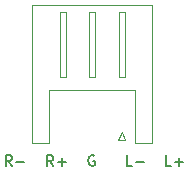
<source format=gto>
G04 #@! TF.GenerationSoftware,KiCad,Pcbnew,5.0.1*
G04 #@! TF.CreationDate,2019-03-09T23:09:41-08:00*
G04 #@! TF.ProjectId,phoenix-adapter,70686F656E69782D616461707465722E,0.1*
G04 #@! TF.SameCoordinates,Original*
G04 #@! TF.FileFunction,Legend,Top*
G04 #@! TF.FilePolarity,Positive*
%FSLAX46Y46*%
G04 Gerber Fmt 4.6, Leading zero omitted, Abs format (unit mm)*
G04 Created by KiCad (PCBNEW 5.0.1) date Sat 09 Mar 2019 11:09:41 PM PST*
%MOMM*%
%LPD*%
G01*
G04 APERTURE LIST*
%ADD10C,0.203200*%
%ADD11C,0.120000*%
G04 APERTURE END LIST*
D10*
X146424833Y-120902166D02*
X146001500Y-120902166D01*
X146001500Y-120013166D01*
X146721166Y-120563500D02*
X147398500Y-120563500D01*
X147059833Y-120902166D02*
X147059833Y-120224833D01*
X143124833Y-120902166D02*
X142701500Y-120902166D01*
X142701500Y-120013166D01*
X143421166Y-120563500D02*
X144098500Y-120563500D01*
X139932833Y-120055500D02*
X139848166Y-120013166D01*
X139721166Y-120013166D01*
X139594166Y-120055500D01*
X139509500Y-120140166D01*
X139467166Y-120224833D01*
X139424833Y-120394166D01*
X139424833Y-120521166D01*
X139467166Y-120690500D01*
X139509500Y-120775166D01*
X139594166Y-120859833D01*
X139721166Y-120902166D01*
X139805833Y-120902166D01*
X139932833Y-120859833D01*
X139975166Y-120817500D01*
X139975166Y-120521166D01*
X139805833Y-120521166D01*
X136424833Y-120902166D02*
X136128500Y-120478833D01*
X135916833Y-120902166D02*
X135916833Y-120013166D01*
X136255500Y-120013166D01*
X136340166Y-120055500D01*
X136382500Y-120097833D01*
X136424833Y-120182500D01*
X136424833Y-120309500D01*
X136382500Y-120394166D01*
X136340166Y-120436500D01*
X136255500Y-120478833D01*
X135916833Y-120478833D01*
X136805833Y-120563500D02*
X137483166Y-120563500D01*
X137144500Y-120902166D02*
X137144500Y-120224833D01*
X132924833Y-120902166D02*
X132628500Y-120478833D01*
X132416833Y-120902166D02*
X132416833Y-120013166D01*
X132755500Y-120013166D01*
X132840166Y-120055500D01*
X132882500Y-120097833D01*
X132924833Y-120182500D01*
X132924833Y-120309500D01*
X132882500Y-120394166D01*
X132840166Y-120436500D01*
X132755500Y-120478833D01*
X132416833Y-120478833D01*
X133305833Y-120563500D02*
X133983166Y-120563500D01*
D11*
G04 #@! TO.C,CON101*
X139740000Y-107276000D02*
X144800000Y-107276000D01*
X144800000Y-107276000D02*
X144800000Y-118996000D01*
X144800000Y-118996000D02*
X143380000Y-118996000D01*
X143380000Y-118996000D02*
X143380000Y-114496000D01*
X143380000Y-114496000D02*
X139740000Y-114496000D01*
X139740000Y-107276000D02*
X134680000Y-107276000D01*
X134680000Y-107276000D02*
X134680000Y-118996000D01*
X134680000Y-118996000D02*
X136100000Y-118996000D01*
X136100000Y-118996000D02*
X136100000Y-114496000D01*
X136100000Y-114496000D02*
X139740000Y-114496000D01*
X142490000Y-113386000D02*
X142490000Y-107886000D01*
X142490000Y-107886000D02*
X141990000Y-107886000D01*
X141990000Y-107886000D02*
X141990000Y-113386000D01*
X141990000Y-113386000D02*
X142490000Y-113386000D01*
X139990000Y-113386000D02*
X139990000Y-107886000D01*
X139990000Y-107886000D02*
X139490000Y-107886000D01*
X139490000Y-107886000D02*
X139490000Y-113386000D01*
X139490000Y-113386000D02*
X139990000Y-113386000D01*
X137490000Y-113386000D02*
X137490000Y-107886000D01*
X137490000Y-107886000D02*
X136990000Y-107886000D01*
X136990000Y-107886000D02*
X136990000Y-113386000D01*
X136990000Y-113386000D02*
X137490000Y-113386000D01*
X142240000Y-118086000D02*
X142540000Y-118686000D01*
X142540000Y-118686000D02*
X141940000Y-118686000D01*
X141940000Y-118686000D02*
X142240000Y-118086000D01*
G04 #@! TD*
M02*

</source>
